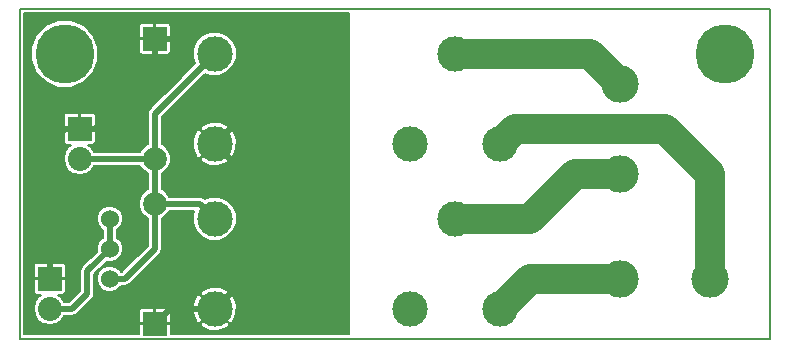
<source format=gbl>
%TF.FileFunction,Copper,L2,Bot,Signal*%
%FSLAX46Y46*%
G04 Gerber Fmt 4.6, Leading zero omitted, Abs format (unit mm)*
G04 Created by KiCad (PCBNEW (2015-02-11 BZR 5414)-product) date dim. 22 févr. 2015 23:01:40 CET*
%MOMM*%
G01*
G04 APERTURE LIST*
%ADD10C,0.150000*%
%ADD11C,1.998980*%
%ADD12R,1.998980X1.998980*%
%ADD13C,2.999740*%
%ADD14R,2.032000X2.032000*%
%ADD15O,2.032000X2.032000*%
%ADD16C,1.524000*%
%ADD17C,5.000000*%
%ADD18C,3.175000*%
%ADD19C,0.508000*%
%ADD20C,2.540000*%
%ADD21C,0.254000*%
%ADD22C,0.200000*%
G04 APERTURE END LIST*
D10*
X137160000Y-81280000D02*
X137160000Y-53340000D01*
X200660000Y-81280000D02*
X137160000Y-81280000D01*
X200660000Y-53340000D02*
X200660000Y-81280000D01*
X137160000Y-53340000D02*
X200660000Y-53340000D01*
D11*
X148590000Y-69850000D03*
D12*
X148590000Y-80010000D03*
D11*
X148590000Y-66040000D03*
D12*
X148590000Y-55880000D03*
D13*
X170180000Y-78740000D03*
X153670000Y-71120000D03*
X153670000Y-78740000D03*
X173990000Y-71120000D03*
X177800000Y-78740000D03*
X170180000Y-64770000D03*
X153670000Y-57150000D03*
X153670000Y-64770000D03*
X173990000Y-57150000D03*
X177800000Y-64770000D03*
D14*
X142240000Y-63500000D03*
D15*
X142240000Y-66040000D03*
D14*
X139700000Y-76200000D03*
D15*
X139700000Y-78740000D03*
D16*
X144780000Y-73660000D03*
X144780000Y-71120000D03*
X144780000Y-76200000D03*
D17*
X196850000Y-57150000D03*
X140970000Y-57150000D03*
D18*
X187960000Y-67310000D03*
X187960000Y-59690000D03*
X187960000Y-76200000D03*
X195580000Y-76200000D03*
D19*
X148590000Y-69850000D02*
X148590000Y-73660000D01*
X146050000Y-76200000D02*
X148590000Y-73660000D01*
X146050000Y-76200000D02*
X144780000Y-76200000D01*
X148590000Y-66040000D02*
X148590000Y-69850000D01*
X148590000Y-69850000D02*
X152400000Y-69850000D01*
X152400000Y-69850000D02*
X153670000Y-71120000D01*
X153670000Y-57150000D02*
X148590000Y-62230000D01*
X148590000Y-62230000D02*
X148590000Y-66040000D01*
X148590000Y-66040000D02*
X144780000Y-66040000D01*
X144780000Y-66040000D02*
X142240000Y-66040000D01*
X142240000Y-63500000D02*
X143510000Y-63500000D01*
X148590000Y-58420000D02*
X148590000Y-55880000D01*
X143510000Y-63500000D02*
X148590000Y-58420000D01*
X148590000Y-55880000D02*
X151130000Y-55880000D01*
X151130000Y-55880000D02*
X152400000Y-54610000D01*
X152400000Y-54610000D02*
X154940000Y-54610000D01*
X154940000Y-54610000D02*
X157480000Y-57150000D01*
X157480000Y-57150000D02*
X157480000Y-60960000D01*
X157480000Y-60960000D02*
X153670000Y-64770000D01*
X139700000Y-76200000D02*
X139700000Y-64770000D01*
X140970000Y-63500000D02*
X142240000Y-63500000D01*
X139700000Y-64770000D02*
X140970000Y-63500000D01*
X149860000Y-78740000D02*
X153670000Y-78740000D01*
X148590000Y-80010000D02*
X149860000Y-78740000D01*
X157480000Y-74930000D02*
X157480000Y-68580000D01*
X157480000Y-68580000D02*
X153670000Y-64770000D01*
X153670000Y-78740000D02*
X157480000Y-74930000D01*
D20*
X184150000Y-67310000D02*
X180340000Y-71120000D01*
X180340000Y-71120000D02*
X173990000Y-71120000D01*
X187960000Y-67310000D02*
X184150000Y-67310000D01*
X177800000Y-78740000D02*
X180340000Y-76200000D01*
X180340000Y-76200000D02*
X186690000Y-76200000D01*
D21*
X185420000Y-57150000D02*
X187960000Y-59690000D01*
D20*
X185420000Y-57150000D02*
X187960000Y-59690000D01*
X173990000Y-57150000D02*
X185420000Y-57150000D01*
X179070000Y-63500000D02*
X189230000Y-63500000D01*
X189230000Y-63500000D02*
X191770000Y-63500000D01*
X191770000Y-63500000D02*
X195580000Y-67310000D01*
X195580000Y-67310000D02*
X195580000Y-76200000D01*
X177800000Y-64770000D02*
X179070000Y-63500000D01*
D19*
X144780000Y-71120000D02*
X144780000Y-73660000D01*
X140970000Y-78740000D02*
X141605000Y-78740000D01*
X141605000Y-78740000D02*
X142875000Y-77470000D01*
X142875000Y-77470000D02*
X142875000Y-75565000D01*
X142875000Y-75565000D02*
X144780000Y-73660000D01*
X139700000Y-78740000D02*
X140970000Y-78740000D01*
D22*
G36*
X165000000Y-80905000D02*
X155532503Y-80905000D01*
X155532503Y-78417672D01*
X155532503Y-64447672D01*
X155267379Y-63759459D01*
X155214909Y-63680932D01*
X154962936Y-63515248D01*
X154924752Y-63553432D01*
X154924752Y-63477064D01*
X154759068Y-63225091D01*
X154084957Y-62925922D01*
X153347672Y-62907497D01*
X152659459Y-63172621D01*
X152580932Y-63225091D01*
X152415248Y-63477064D01*
X153670000Y-64731816D01*
X154924752Y-63477064D01*
X154924752Y-63553432D01*
X153708184Y-64770000D01*
X154962936Y-66024752D01*
X155214909Y-65859068D01*
X155514078Y-65184957D01*
X155532503Y-64447672D01*
X155532503Y-78417672D01*
X155524191Y-78396095D01*
X155524191Y-70752860D01*
X155242551Y-70071239D01*
X154924752Y-69752884D01*
X154924752Y-66062936D01*
X153670000Y-64808184D01*
X153631816Y-64846368D01*
X153631816Y-64770000D01*
X152377064Y-63515248D01*
X152125091Y-63680932D01*
X151825922Y-64355043D01*
X151807497Y-65092328D01*
X152072621Y-65780541D01*
X152125091Y-65859068D01*
X152377064Y-66024752D01*
X153631816Y-64770000D01*
X153631816Y-64846368D01*
X152415248Y-66062936D01*
X152580932Y-66314909D01*
X153255043Y-66614078D01*
X153992328Y-66632503D01*
X154680541Y-66367379D01*
X154759068Y-66314909D01*
X154924752Y-66062936D01*
X154924752Y-69752884D01*
X154721504Y-69549282D01*
X154040375Y-69266453D01*
X153302860Y-69265809D01*
X152859035Y-69449193D01*
X152829921Y-69420079D01*
X152632672Y-69288281D01*
X152400000Y-69242000D01*
X149803257Y-69242000D01*
X149738102Y-69084311D01*
X149357691Y-68703236D01*
X149198000Y-68636926D01*
X149198000Y-67253257D01*
X149355689Y-67188102D01*
X149736764Y-66807691D01*
X149943254Y-66310407D01*
X149943724Y-65771955D01*
X149738102Y-65274311D01*
X149357691Y-64893236D01*
X149198000Y-64826926D01*
X149198000Y-62481842D01*
X152859182Y-58820659D01*
X153299625Y-59003547D01*
X154037140Y-59004191D01*
X154718761Y-58722551D01*
X155240718Y-58201504D01*
X155523547Y-57520375D01*
X155524191Y-56782860D01*
X155242551Y-56101239D01*
X154721504Y-55579282D01*
X154040375Y-55296453D01*
X153302860Y-55295809D01*
X152621239Y-55577449D01*
X152099282Y-56098496D01*
X151816453Y-56779625D01*
X151815809Y-57517140D01*
X151999193Y-57960964D01*
X149943490Y-60016667D01*
X149943490Y-56949905D01*
X149943490Y-55995500D01*
X149943490Y-55764500D01*
X149943490Y-54810095D01*
X149889597Y-54679985D01*
X149790015Y-54580403D01*
X149659905Y-54526510D01*
X149519075Y-54526510D01*
X148705500Y-54526510D01*
X148617000Y-54615010D01*
X148617000Y-55853000D01*
X149854990Y-55853000D01*
X149943490Y-55764500D01*
X149943490Y-55995500D01*
X149854990Y-55907000D01*
X148617000Y-55907000D01*
X148617000Y-57144990D01*
X148705500Y-57233490D01*
X149519075Y-57233490D01*
X149659905Y-57233490D01*
X149790015Y-57179597D01*
X149889597Y-57080015D01*
X149943490Y-56949905D01*
X149943490Y-60016667D01*
X148563000Y-61397157D01*
X148563000Y-57144990D01*
X148563000Y-55907000D01*
X148563000Y-55853000D01*
X148563000Y-54615010D01*
X148474500Y-54526510D01*
X147660925Y-54526510D01*
X147520095Y-54526510D01*
X147389985Y-54580403D01*
X147290403Y-54679985D01*
X147236510Y-54810095D01*
X147236510Y-55764500D01*
X147325010Y-55853000D01*
X148563000Y-55853000D01*
X148563000Y-55907000D01*
X147325010Y-55907000D01*
X147236510Y-55995500D01*
X147236510Y-56949905D01*
X147290403Y-57080015D01*
X147389985Y-57179597D01*
X147520095Y-57233490D01*
X147660925Y-57233490D01*
X148474500Y-57233490D01*
X148563000Y-57144990D01*
X148563000Y-61397157D01*
X148160079Y-61800079D01*
X148028281Y-61997328D01*
X147982000Y-62230000D01*
X147982000Y-64826742D01*
X147824311Y-64891898D01*
X147443236Y-65272309D01*
X147376926Y-65432000D01*
X144780000Y-65432000D01*
X143824494Y-65432000D01*
X143824494Y-56584795D01*
X143390914Y-55535451D01*
X142588772Y-54731907D01*
X141540186Y-54296497D01*
X140404795Y-54295506D01*
X139355451Y-54729086D01*
X138551907Y-55531228D01*
X138116497Y-56579814D01*
X138115506Y-57715205D01*
X138549086Y-58764549D01*
X139351228Y-59568093D01*
X140399814Y-60003503D01*
X141535205Y-60004494D01*
X142584549Y-59570914D01*
X143388093Y-58768772D01*
X143823503Y-57720186D01*
X143824494Y-56584795D01*
X143824494Y-65432000D01*
X143467706Y-65432000D01*
X143208736Y-65044424D01*
X142947692Y-64870000D01*
X143185585Y-64870000D01*
X143326415Y-64870000D01*
X143456525Y-64816107D01*
X143556107Y-64716525D01*
X143610000Y-64586415D01*
X143610000Y-63615500D01*
X143610000Y-63384500D01*
X143610000Y-62413585D01*
X143556107Y-62283475D01*
X143456525Y-62183893D01*
X143326415Y-62130000D01*
X143185585Y-62130000D01*
X142355500Y-62130000D01*
X142267000Y-62218500D01*
X142267000Y-63473000D01*
X143521500Y-63473000D01*
X143610000Y-63384500D01*
X143610000Y-63615500D01*
X143521500Y-63527000D01*
X142267000Y-63527000D01*
X142267000Y-63547000D01*
X142213000Y-63547000D01*
X142213000Y-63527000D01*
X142213000Y-63473000D01*
X142213000Y-62218500D01*
X142124500Y-62130000D01*
X141294415Y-62130000D01*
X141153585Y-62130000D01*
X141023475Y-62183893D01*
X140923893Y-62283475D01*
X140870000Y-62413585D01*
X140870000Y-63384500D01*
X140958500Y-63473000D01*
X142213000Y-63473000D01*
X142213000Y-63527000D01*
X140958500Y-63527000D01*
X140870000Y-63615500D01*
X140870000Y-64586415D01*
X140923893Y-64716525D01*
X141023475Y-64816107D01*
X141153585Y-64870000D01*
X141294415Y-64870000D01*
X141532307Y-64870000D01*
X141271264Y-65044424D01*
X140974285Y-65488884D01*
X140870000Y-66013160D01*
X140870000Y-66066840D01*
X140974285Y-66591116D01*
X141271264Y-67035576D01*
X141715724Y-67332555D01*
X142240000Y-67436840D01*
X142764276Y-67332555D01*
X143208736Y-67035576D01*
X143467706Y-66648000D01*
X144780000Y-66648000D01*
X147376742Y-66648000D01*
X147441898Y-66805689D01*
X147822309Y-67186764D01*
X147982000Y-67253073D01*
X147982000Y-68636742D01*
X147824311Y-68701898D01*
X147443236Y-69082309D01*
X147236746Y-69579593D01*
X147236276Y-70118045D01*
X147441898Y-70615689D01*
X147822309Y-70996764D01*
X147982000Y-71063073D01*
X147982000Y-73408158D01*
X145896194Y-75493964D01*
X145896194Y-73438988D01*
X145726651Y-73028663D01*
X145412989Y-72714453D01*
X145388000Y-72704076D01*
X145388000Y-72076293D01*
X145411337Y-72066651D01*
X145725547Y-71752989D01*
X145895806Y-71342960D01*
X145896194Y-70898988D01*
X145726651Y-70488663D01*
X145412989Y-70174453D01*
X145002960Y-70004194D01*
X144558988Y-70003806D01*
X144148663Y-70173349D01*
X143834453Y-70487011D01*
X143664194Y-70897040D01*
X143663806Y-71341012D01*
X143833349Y-71751337D01*
X144147011Y-72065547D01*
X144172000Y-72075923D01*
X144172000Y-72703706D01*
X144148663Y-72713349D01*
X143834453Y-73027011D01*
X143664194Y-73437040D01*
X143663806Y-73881012D01*
X143674138Y-73906019D01*
X142445079Y-75135079D01*
X142313281Y-75332328D01*
X142267000Y-75565000D01*
X142267000Y-77218158D01*
X141353158Y-78132000D01*
X140970000Y-78132000D01*
X140927706Y-78132000D01*
X140668736Y-77744424D01*
X140407692Y-77570000D01*
X140645585Y-77570000D01*
X140786415Y-77570000D01*
X140916525Y-77516107D01*
X141016107Y-77416525D01*
X141070000Y-77286415D01*
X141070000Y-76315500D01*
X141070000Y-76084500D01*
X141070000Y-75113585D01*
X141016107Y-74983475D01*
X140916525Y-74883893D01*
X140786415Y-74830000D01*
X140645585Y-74830000D01*
X139815500Y-74830000D01*
X139727000Y-74918500D01*
X139727000Y-76173000D01*
X140981500Y-76173000D01*
X141070000Y-76084500D01*
X141070000Y-76315500D01*
X140981500Y-76227000D01*
X139727000Y-76227000D01*
X139727000Y-76247000D01*
X139673000Y-76247000D01*
X139673000Y-76227000D01*
X139673000Y-76173000D01*
X139673000Y-74918500D01*
X139584500Y-74830000D01*
X138754415Y-74830000D01*
X138613585Y-74830000D01*
X138483475Y-74883893D01*
X138383893Y-74983475D01*
X138330000Y-75113585D01*
X138330000Y-76084500D01*
X138418500Y-76173000D01*
X139673000Y-76173000D01*
X139673000Y-76227000D01*
X138418500Y-76227000D01*
X138330000Y-76315500D01*
X138330000Y-77286415D01*
X138383893Y-77416525D01*
X138483475Y-77516107D01*
X138613585Y-77570000D01*
X138754415Y-77570000D01*
X138992307Y-77570000D01*
X138731264Y-77744424D01*
X138434285Y-78188884D01*
X138330000Y-78713160D01*
X138330000Y-78766840D01*
X138434285Y-79291116D01*
X138731264Y-79735576D01*
X139175724Y-80032555D01*
X139700000Y-80136840D01*
X140224276Y-80032555D01*
X140668736Y-79735576D01*
X140927706Y-79348000D01*
X140970000Y-79348000D01*
X141605000Y-79348000D01*
X141837671Y-79301719D01*
X141837672Y-79301719D01*
X142034921Y-79169921D01*
X143304921Y-77899921D01*
X143436719Y-77702672D01*
X143483000Y-77470000D01*
X143483000Y-75816842D01*
X144533719Y-74766122D01*
X144557040Y-74775806D01*
X145001012Y-74776194D01*
X145411337Y-74606651D01*
X145725547Y-74292989D01*
X145895806Y-73882960D01*
X145896194Y-73438988D01*
X145896194Y-75493964D01*
X145798158Y-75592000D01*
X145736293Y-75592000D01*
X145726651Y-75568663D01*
X145412989Y-75254453D01*
X145002960Y-75084194D01*
X144558988Y-75083806D01*
X144148663Y-75253349D01*
X143834453Y-75567011D01*
X143664194Y-75977040D01*
X143663806Y-76421012D01*
X143833349Y-76831337D01*
X144147011Y-77145547D01*
X144557040Y-77315806D01*
X145001012Y-77316194D01*
X145411337Y-77146651D01*
X145725547Y-76832989D01*
X145735923Y-76808000D01*
X146050000Y-76808000D01*
X146282671Y-76761719D01*
X146282672Y-76761719D01*
X146479921Y-76629921D01*
X149019921Y-74089921D01*
X149151719Y-73892672D01*
X149198000Y-73660000D01*
X149198000Y-71063257D01*
X149355689Y-70998102D01*
X149736764Y-70617691D01*
X149803073Y-70458000D01*
X151937546Y-70458000D01*
X151816453Y-70749625D01*
X151815809Y-71487140D01*
X152097449Y-72168761D01*
X152618496Y-72690718D01*
X153299625Y-72973547D01*
X154037140Y-72974191D01*
X154718761Y-72692551D01*
X155240718Y-72171504D01*
X155523547Y-71490375D01*
X155524191Y-70752860D01*
X155524191Y-78396095D01*
X155267379Y-77729459D01*
X155214909Y-77650932D01*
X154962936Y-77485248D01*
X154924752Y-77523432D01*
X154924752Y-77447064D01*
X154759068Y-77195091D01*
X154084957Y-76895922D01*
X153347672Y-76877497D01*
X152659459Y-77142621D01*
X152580932Y-77195091D01*
X152415248Y-77447064D01*
X153670000Y-78701816D01*
X154924752Y-77447064D01*
X154924752Y-77523432D01*
X153708184Y-78740000D01*
X154962936Y-79994752D01*
X155214909Y-79829068D01*
X155514078Y-79154957D01*
X155532503Y-78417672D01*
X155532503Y-80905000D01*
X154924752Y-80905000D01*
X154924752Y-80032936D01*
X153670000Y-78778184D01*
X153631816Y-78816368D01*
X153631816Y-78740000D01*
X152377064Y-77485248D01*
X152125091Y-77650932D01*
X151825922Y-78325043D01*
X151807497Y-79062328D01*
X152072621Y-79750541D01*
X152125091Y-79829068D01*
X152377064Y-79994752D01*
X153631816Y-78740000D01*
X153631816Y-78816368D01*
X152415248Y-80032936D01*
X152580932Y-80284909D01*
X153255043Y-80584078D01*
X153992328Y-80602503D01*
X154680541Y-80337379D01*
X154759068Y-80284909D01*
X154924752Y-80032936D01*
X154924752Y-80905000D01*
X149943490Y-80905000D01*
X149943490Y-80125500D01*
X149943490Y-79894500D01*
X149943490Y-78940095D01*
X149889597Y-78809985D01*
X149790015Y-78710403D01*
X149659905Y-78656510D01*
X149519075Y-78656510D01*
X148705500Y-78656510D01*
X148617000Y-78745010D01*
X148617000Y-79983000D01*
X149854990Y-79983000D01*
X149943490Y-79894500D01*
X149943490Y-80125500D01*
X149854990Y-80037000D01*
X148617000Y-80037000D01*
X148617000Y-80057000D01*
X148563000Y-80057000D01*
X148563000Y-80037000D01*
X148563000Y-79983000D01*
X148563000Y-78745010D01*
X148474500Y-78656510D01*
X147660925Y-78656510D01*
X147520095Y-78656510D01*
X147389985Y-78710403D01*
X147290403Y-78809985D01*
X147236510Y-78940095D01*
X147236510Y-79894500D01*
X147325010Y-79983000D01*
X148563000Y-79983000D01*
X148563000Y-80037000D01*
X147325010Y-80037000D01*
X147236510Y-80125500D01*
X147236510Y-80905000D01*
X137535000Y-80905000D01*
X137535000Y-53715000D01*
X165000000Y-53715000D01*
X165000000Y-80905000D01*
X165000000Y-80905000D01*
G37*
X165000000Y-80905000D02*
X155532503Y-80905000D01*
X155532503Y-78417672D01*
X155532503Y-64447672D01*
X155267379Y-63759459D01*
X155214909Y-63680932D01*
X154962936Y-63515248D01*
X154924752Y-63553432D01*
X154924752Y-63477064D01*
X154759068Y-63225091D01*
X154084957Y-62925922D01*
X153347672Y-62907497D01*
X152659459Y-63172621D01*
X152580932Y-63225091D01*
X152415248Y-63477064D01*
X153670000Y-64731816D01*
X154924752Y-63477064D01*
X154924752Y-63553432D01*
X153708184Y-64770000D01*
X154962936Y-66024752D01*
X155214909Y-65859068D01*
X155514078Y-65184957D01*
X155532503Y-64447672D01*
X155532503Y-78417672D01*
X155524191Y-78396095D01*
X155524191Y-70752860D01*
X155242551Y-70071239D01*
X154924752Y-69752884D01*
X154924752Y-66062936D01*
X153670000Y-64808184D01*
X153631816Y-64846368D01*
X153631816Y-64770000D01*
X152377064Y-63515248D01*
X152125091Y-63680932D01*
X151825922Y-64355043D01*
X151807497Y-65092328D01*
X152072621Y-65780541D01*
X152125091Y-65859068D01*
X152377064Y-66024752D01*
X153631816Y-64770000D01*
X153631816Y-64846368D01*
X152415248Y-66062936D01*
X152580932Y-66314909D01*
X153255043Y-66614078D01*
X153992328Y-66632503D01*
X154680541Y-66367379D01*
X154759068Y-66314909D01*
X154924752Y-66062936D01*
X154924752Y-69752884D01*
X154721504Y-69549282D01*
X154040375Y-69266453D01*
X153302860Y-69265809D01*
X152859035Y-69449193D01*
X152829921Y-69420079D01*
X152632672Y-69288281D01*
X152400000Y-69242000D01*
X149803257Y-69242000D01*
X149738102Y-69084311D01*
X149357691Y-68703236D01*
X149198000Y-68636926D01*
X149198000Y-67253257D01*
X149355689Y-67188102D01*
X149736764Y-66807691D01*
X149943254Y-66310407D01*
X149943724Y-65771955D01*
X149738102Y-65274311D01*
X149357691Y-64893236D01*
X149198000Y-64826926D01*
X149198000Y-62481842D01*
X152859182Y-58820659D01*
X153299625Y-59003547D01*
X154037140Y-59004191D01*
X154718761Y-58722551D01*
X155240718Y-58201504D01*
X155523547Y-57520375D01*
X155524191Y-56782860D01*
X155242551Y-56101239D01*
X154721504Y-55579282D01*
X154040375Y-55296453D01*
X153302860Y-55295809D01*
X152621239Y-55577449D01*
X152099282Y-56098496D01*
X151816453Y-56779625D01*
X151815809Y-57517140D01*
X151999193Y-57960964D01*
X149943490Y-60016667D01*
X149943490Y-56949905D01*
X149943490Y-55995500D01*
X149943490Y-55764500D01*
X149943490Y-54810095D01*
X149889597Y-54679985D01*
X149790015Y-54580403D01*
X149659905Y-54526510D01*
X149519075Y-54526510D01*
X148705500Y-54526510D01*
X148617000Y-54615010D01*
X148617000Y-55853000D01*
X149854990Y-55853000D01*
X149943490Y-55764500D01*
X149943490Y-55995500D01*
X149854990Y-55907000D01*
X148617000Y-55907000D01*
X148617000Y-57144990D01*
X148705500Y-57233490D01*
X149519075Y-57233490D01*
X149659905Y-57233490D01*
X149790015Y-57179597D01*
X149889597Y-57080015D01*
X149943490Y-56949905D01*
X149943490Y-60016667D01*
X148563000Y-61397157D01*
X148563000Y-57144990D01*
X148563000Y-55907000D01*
X148563000Y-55853000D01*
X148563000Y-54615010D01*
X148474500Y-54526510D01*
X147660925Y-54526510D01*
X147520095Y-54526510D01*
X147389985Y-54580403D01*
X147290403Y-54679985D01*
X147236510Y-54810095D01*
X147236510Y-55764500D01*
X147325010Y-55853000D01*
X148563000Y-55853000D01*
X148563000Y-55907000D01*
X147325010Y-55907000D01*
X147236510Y-55995500D01*
X147236510Y-56949905D01*
X147290403Y-57080015D01*
X147389985Y-57179597D01*
X147520095Y-57233490D01*
X147660925Y-57233490D01*
X148474500Y-57233490D01*
X148563000Y-57144990D01*
X148563000Y-61397157D01*
X148160079Y-61800079D01*
X148028281Y-61997328D01*
X147982000Y-62230000D01*
X147982000Y-64826742D01*
X147824311Y-64891898D01*
X147443236Y-65272309D01*
X147376926Y-65432000D01*
X144780000Y-65432000D01*
X143824494Y-65432000D01*
X143824494Y-56584795D01*
X143390914Y-55535451D01*
X142588772Y-54731907D01*
X141540186Y-54296497D01*
X140404795Y-54295506D01*
X139355451Y-54729086D01*
X138551907Y-55531228D01*
X138116497Y-56579814D01*
X138115506Y-57715205D01*
X138549086Y-58764549D01*
X139351228Y-59568093D01*
X140399814Y-60003503D01*
X141535205Y-60004494D01*
X142584549Y-59570914D01*
X143388093Y-58768772D01*
X143823503Y-57720186D01*
X143824494Y-56584795D01*
X143824494Y-65432000D01*
X143467706Y-65432000D01*
X143208736Y-65044424D01*
X142947692Y-64870000D01*
X143185585Y-64870000D01*
X143326415Y-64870000D01*
X143456525Y-64816107D01*
X143556107Y-64716525D01*
X143610000Y-64586415D01*
X143610000Y-63615500D01*
X143610000Y-63384500D01*
X143610000Y-62413585D01*
X143556107Y-62283475D01*
X143456525Y-62183893D01*
X143326415Y-62130000D01*
X143185585Y-62130000D01*
X142355500Y-62130000D01*
X142267000Y-62218500D01*
X142267000Y-63473000D01*
X143521500Y-63473000D01*
X143610000Y-63384500D01*
X143610000Y-63615500D01*
X143521500Y-63527000D01*
X142267000Y-63527000D01*
X142267000Y-63547000D01*
X142213000Y-63547000D01*
X142213000Y-63527000D01*
X142213000Y-63473000D01*
X142213000Y-62218500D01*
X142124500Y-62130000D01*
X141294415Y-62130000D01*
X141153585Y-62130000D01*
X141023475Y-62183893D01*
X140923893Y-62283475D01*
X140870000Y-62413585D01*
X140870000Y-63384500D01*
X140958500Y-63473000D01*
X142213000Y-63473000D01*
X142213000Y-63527000D01*
X140958500Y-63527000D01*
X140870000Y-63615500D01*
X140870000Y-64586415D01*
X140923893Y-64716525D01*
X141023475Y-64816107D01*
X141153585Y-64870000D01*
X141294415Y-64870000D01*
X141532307Y-64870000D01*
X141271264Y-65044424D01*
X140974285Y-65488884D01*
X140870000Y-66013160D01*
X140870000Y-66066840D01*
X140974285Y-66591116D01*
X141271264Y-67035576D01*
X141715724Y-67332555D01*
X142240000Y-67436840D01*
X142764276Y-67332555D01*
X143208736Y-67035576D01*
X143467706Y-66648000D01*
X144780000Y-66648000D01*
X147376742Y-66648000D01*
X147441898Y-66805689D01*
X147822309Y-67186764D01*
X147982000Y-67253073D01*
X147982000Y-68636742D01*
X147824311Y-68701898D01*
X147443236Y-69082309D01*
X147236746Y-69579593D01*
X147236276Y-70118045D01*
X147441898Y-70615689D01*
X147822309Y-70996764D01*
X147982000Y-71063073D01*
X147982000Y-73408158D01*
X145896194Y-75493964D01*
X145896194Y-73438988D01*
X145726651Y-73028663D01*
X145412989Y-72714453D01*
X145388000Y-72704076D01*
X145388000Y-72076293D01*
X145411337Y-72066651D01*
X145725547Y-71752989D01*
X145895806Y-71342960D01*
X145896194Y-70898988D01*
X145726651Y-70488663D01*
X145412989Y-70174453D01*
X145002960Y-70004194D01*
X144558988Y-70003806D01*
X144148663Y-70173349D01*
X143834453Y-70487011D01*
X143664194Y-70897040D01*
X143663806Y-71341012D01*
X143833349Y-71751337D01*
X144147011Y-72065547D01*
X144172000Y-72075923D01*
X144172000Y-72703706D01*
X144148663Y-72713349D01*
X143834453Y-73027011D01*
X143664194Y-73437040D01*
X143663806Y-73881012D01*
X143674138Y-73906019D01*
X142445079Y-75135079D01*
X142313281Y-75332328D01*
X142267000Y-75565000D01*
X142267000Y-77218158D01*
X141353158Y-78132000D01*
X140970000Y-78132000D01*
X140927706Y-78132000D01*
X140668736Y-77744424D01*
X140407692Y-77570000D01*
X140645585Y-77570000D01*
X140786415Y-77570000D01*
X140916525Y-77516107D01*
X141016107Y-77416525D01*
X141070000Y-77286415D01*
X141070000Y-76315500D01*
X141070000Y-76084500D01*
X141070000Y-75113585D01*
X141016107Y-74983475D01*
X140916525Y-74883893D01*
X140786415Y-74830000D01*
X140645585Y-74830000D01*
X139815500Y-74830000D01*
X139727000Y-74918500D01*
X139727000Y-76173000D01*
X140981500Y-76173000D01*
X141070000Y-76084500D01*
X141070000Y-76315500D01*
X140981500Y-76227000D01*
X139727000Y-76227000D01*
X139727000Y-76247000D01*
X139673000Y-76247000D01*
X139673000Y-76227000D01*
X139673000Y-76173000D01*
X139673000Y-74918500D01*
X139584500Y-74830000D01*
X138754415Y-74830000D01*
X138613585Y-74830000D01*
X138483475Y-74883893D01*
X138383893Y-74983475D01*
X138330000Y-75113585D01*
X138330000Y-76084500D01*
X138418500Y-76173000D01*
X139673000Y-76173000D01*
X139673000Y-76227000D01*
X138418500Y-76227000D01*
X138330000Y-76315500D01*
X138330000Y-77286415D01*
X138383893Y-77416525D01*
X138483475Y-77516107D01*
X138613585Y-77570000D01*
X138754415Y-77570000D01*
X138992307Y-77570000D01*
X138731264Y-77744424D01*
X138434285Y-78188884D01*
X138330000Y-78713160D01*
X138330000Y-78766840D01*
X138434285Y-79291116D01*
X138731264Y-79735576D01*
X139175724Y-80032555D01*
X139700000Y-80136840D01*
X140224276Y-80032555D01*
X140668736Y-79735576D01*
X140927706Y-79348000D01*
X140970000Y-79348000D01*
X141605000Y-79348000D01*
X141837671Y-79301719D01*
X141837672Y-79301719D01*
X142034921Y-79169921D01*
X143304921Y-77899921D01*
X143436719Y-77702672D01*
X143483000Y-77470000D01*
X143483000Y-75816842D01*
X144533719Y-74766122D01*
X144557040Y-74775806D01*
X145001012Y-74776194D01*
X145411337Y-74606651D01*
X145725547Y-74292989D01*
X145895806Y-73882960D01*
X145896194Y-73438988D01*
X145896194Y-75493964D01*
X145798158Y-75592000D01*
X145736293Y-75592000D01*
X145726651Y-75568663D01*
X145412989Y-75254453D01*
X145002960Y-75084194D01*
X144558988Y-75083806D01*
X144148663Y-75253349D01*
X143834453Y-75567011D01*
X143664194Y-75977040D01*
X143663806Y-76421012D01*
X143833349Y-76831337D01*
X144147011Y-77145547D01*
X144557040Y-77315806D01*
X145001012Y-77316194D01*
X145411337Y-77146651D01*
X145725547Y-76832989D01*
X145735923Y-76808000D01*
X146050000Y-76808000D01*
X146282671Y-76761719D01*
X146282672Y-76761719D01*
X146479921Y-76629921D01*
X149019921Y-74089921D01*
X149151719Y-73892672D01*
X149198000Y-73660000D01*
X149198000Y-71063257D01*
X149355689Y-70998102D01*
X149736764Y-70617691D01*
X149803073Y-70458000D01*
X151937546Y-70458000D01*
X151816453Y-70749625D01*
X151815809Y-71487140D01*
X152097449Y-72168761D01*
X152618496Y-72690718D01*
X153299625Y-72973547D01*
X154037140Y-72974191D01*
X154718761Y-72692551D01*
X155240718Y-72171504D01*
X155523547Y-71490375D01*
X155524191Y-70752860D01*
X155524191Y-78396095D01*
X155267379Y-77729459D01*
X155214909Y-77650932D01*
X154962936Y-77485248D01*
X154924752Y-77523432D01*
X154924752Y-77447064D01*
X154759068Y-77195091D01*
X154084957Y-76895922D01*
X153347672Y-76877497D01*
X152659459Y-77142621D01*
X152580932Y-77195091D01*
X152415248Y-77447064D01*
X153670000Y-78701816D01*
X154924752Y-77447064D01*
X154924752Y-77523432D01*
X153708184Y-78740000D01*
X154962936Y-79994752D01*
X155214909Y-79829068D01*
X155514078Y-79154957D01*
X155532503Y-78417672D01*
X155532503Y-80905000D01*
X154924752Y-80905000D01*
X154924752Y-80032936D01*
X153670000Y-78778184D01*
X153631816Y-78816368D01*
X153631816Y-78740000D01*
X152377064Y-77485248D01*
X152125091Y-77650932D01*
X151825922Y-78325043D01*
X151807497Y-79062328D01*
X152072621Y-79750541D01*
X152125091Y-79829068D01*
X152377064Y-79994752D01*
X153631816Y-78740000D01*
X153631816Y-78816368D01*
X152415248Y-80032936D01*
X152580932Y-80284909D01*
X153255043Y-80584078D01*
X153992328Y-80602503D01*
X154680541Y-80337379D01*
X154759068Y-80284909D01*
X154924752Y-80032936D01*
X154924752Y-80905000D01*
X149943490Y-80905000D01*
X149943490Y-80125500D01*
X149943490Y-79894500D01*
X149943490Y-78940095D01*
X149889597Y-78809985D01*
X149790015Y-78710403D01*
X149659905Y-78656510D01*
X149519075Y-78656510D01*
X148705500Y-78656510D01*
X148617000Y-78745010D01*
X148617000Y-79983000D01*
X149854990Y-79983000D01*
X149943490Y-79894500D01*
X149943490Y-80125500D01*
X149854990Y-80037000D01*
X148617000Y-80037000D01*
X148617000Y-80057000D01*
X148563000Y-80057000D01*
X148563000Y-80037000D01*
X148563000Y-79983000D01*
X148563000Y-78745010D01*
X148474500Y-78656510D01*
X147660925Y-78656510D01*
X147520095Y-78656510D01*
X147389985Y-78710403D01*
X147290403Y-78809985D01*
X147236510Y-78940095D01*
X147236510Y-79894500D01*
X147325010Y-79983000D01*
X148563000Y-79983000D01*
X148563000Y-80037000D01*
X147325010Y-80037000D01*
X147236510Y-80125500D01*
X147236510Y-80905000D01*
X137535000Y-80905000D01*
X137535000Y-53715000D01*
X165000000Y-53715000D01*
X165000000Y-80905000D01*
M02*

</source>
